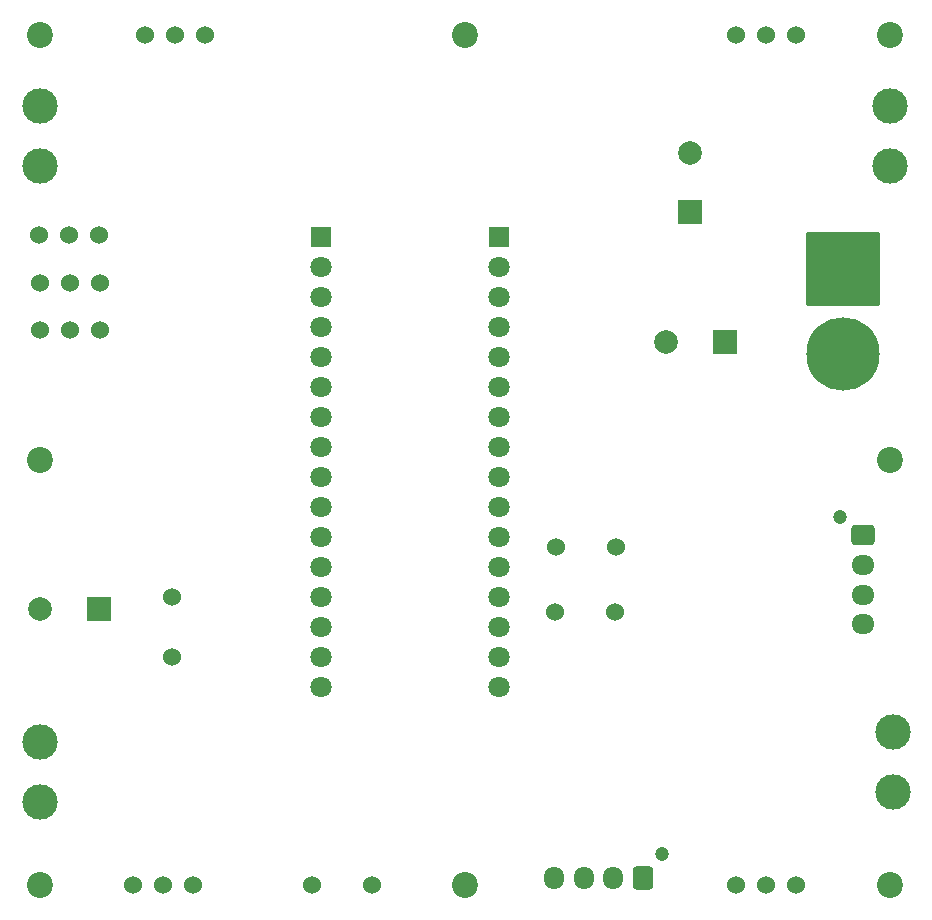
<source format=gbr>
%TF.GenerationSoftware,KiCad,Pcbnew,8.0.8*%
%TF.CreationDate,2025-02-10T09:25:17+01:00*%
%TF.ProjectId,Ares_v1_BaseBoard,41726573-5f76-4315-9f42-617365426f61,rev?*%
%TF.SameCoordinates,Original*%
%TF.FileFunction,Soldermask,Bot*%
%TF.FilePolarity,Negative*%
%FSLAX46Y46*%
G04 Gerber Fmt 4.6, Leading zero omitted, Abs format (unit mm)*
G04 Created by KiCad (PCBNEW 8.0.8) date 2025-02-10 09:25:17*
%MOMM*%
%LPD*%
G01*
G04 APERTURE LIST*
G04 Aperture macros list*
%AMRoundRect*
0 Rectangle with rounded corners*
0 $1 Rounding radius*
0 $2 $3 $4 $5 $6 $7 $8 $9 X,Y pos of 4 corners*
0 Add a 4 corners polygon primitive as box body*
4,1,4,$2,$3,$4,$5,$6,$7,$8,$9,$2,$3,0*
0 Add four circle primitives for the rounded corners*
1,1,$1+$1,$2,$3*
1,1,$1+$1,$4,$5*
1,1,$1+$1,$6,$7*
1,1,$1+$1,$8,$9*
0 Add four rect primitives between the rounded corners*
20,1,$1+$1,$2,$3,$4,$5,0*
20,1,$1+$1,$4,$5,$6,$7,0*
20,1,$1+$1,$6,$7,$8,$9,0*
20,1,$1+$1,$8,$9,$2,$3,0*%
G04 Aperture macros list end*
%ADD10C,2.200000*%
%ADD11C,1.524000*%
%ADD12C,1.200000*%
%ADD13RoundRect,0.250000X0.600000X0.725000X-0.600000X0.725000X-0.600000X-0.725000X0.600000X-0.725000X0*%
%ADD14O,1.700000X1.950000*%
%ADD15C,3.000000*%
%ADD16C,1.800000*%
%ADD17R,1.800000X1.800000*%
%ADD18R,2.000000X2.000000*%
%ADD19C,2.000000*%
%ADD20C,6.204000*%
%ADD21RoundRect,0.102000X-3.000000X3.000000X-3.000000X-3.000000X3.000000X-3.000000X3.000000X3.000000X0*%
%ADD22RoundRect,0.250000X-0.725000X0.600000X-0.725000X-0.600000X0.725000X-0.600000X0.725000X0.600000X0*%
%ADD23O,1.950000X1.700000*%
G04 APERTURE END LIST*
D10*
%TO.C,REF\u002A\u002A*%
X109000000Y-126000000D03*
%TD*%
D11*
%TO.C,D2*%
X157700000Y-102900000D03*
X152620000Y-102900000D03*
%TD*%
%TO.C,J22*%
X109000000Y-75000000D03*
X111540000Y-75000000D03*
X114080000Y-75000000D03*
%TD*%
D12*
%TO.C,J2*%
X161650000Y-123375000D03*
D13*
X160050000Y-125375000D03*
D14*
X157550000Y-125375000D03*
X155050000Y-125375000D03*
X152550000Y-125375000D03*
%TD*%
D15*
%TO.C,J14*%
X181200000Y-118080000D03*
X181200000Y-113000000D03*
%TD*%
D11*
%TO.C,C2*%
X120200000Y-106700000D03*
X120200000Y-101620000D03*
%TD*%
D16*
%TO.C,U1*%
X132800000Y-109260000D03*
X147862200Y-109252800D03*
D17*
X147862200Y-71152800D03*
D16*
X147862200Y-73692800D03*
X147862200Y-76232800D03*
X147862200Y-78772800D03*
X147862200Y-81312800D03*
X147862200Y-83852800D03*
X147862200Y-86392800D03*
X147862200Y-88932800D03*
X147862200Y-91472800D03*
X147862200Y-94012800D03*
X147862200Y-96552800D03*
X132800000Y-101640000D03*
X147862200Y-101632800D03*
X147862200Y-104172800D03*
X147862200Y-106712800D03*
X132800000Y-106720000D03*
X132800000Y-104180000D03*
X147862200Y-99092800D03*
X132800000Y-99100000D03*
X132800000Y-96560000D03*
X132800000Y-94020000D03*
X132800000Y-91480000D03*
X132800000Y-88940000D03*
X132800000Y-86400000D03*
X132800000Y-83860000D03*
X132800000Y-81320000D03*
X132800000Y-78780000D03*
X132800000Y-76240000D03*
X132800000Y-73700000D03*
D17*
X132800000Y-71160000D03*
%TD*%
D10*
%TO.C,REF\u002A\u002A*%
X145000000Y-126000000D03*
%TD*%
D15*
%TO.C,J13*%
X181000000Y-65100000D03*
X181000000Y-60020000D03*
%TD*%
D10*
%TO.C,REF\u002A\u002A*%
X109000000Y-54000000D03*
%TD*%
D18*
%TO.C,C1*%
X167000000Y-80000000D03*
D19*
X162000000Y-80000000D03*
%TD*%
D15*
%TO.C,J21*%
X109000000Y-113900000D03*
X109000000Y-118980000D03*
%TD*%
D11*
%TO.C,D1*%
X157800000Y-97400000D03*
X152720000Y-97400000D03*
%TD*%
D10*
%TO.C,REF\u002A\u002A*%
X181000000Y-90000000D03*
%TD*%
D11*
%TO.C,J5*%
X167920000Y-54000000D03*
X170460000Y-54000000D03*
X173000000Y-54000000D03*
%TD*%
D10*
%TO.C,REF\u002A\u002A*%
X181000000Y-126000000D03*
%TD*%
D20*
%TO.C,J15*%
X177000000Y-81000000D03*
D21*
X177000000Y-73800000D03*
%TD*%
D15*
%TO.C,J20*%
X109000000Y-60020000D03*
X109000000Y-65100000D03*
%TD*%
D18*
%TO.C,C4*%
X164000000Y-69000000D03*
D19*
X164000000Y-64000000D03*
%TD*%
D11*
%TO.C,J12*%
X116920000Y-126000000D03*
X119460000Y-126000000D03*
X122000000Y-126000000D03*
%TD*%
%TO.C,J3*%
X108920000Y-71000000D03*
X111460000Y-71000000D03*
X114000000Y-71000000D03*
%TD*%
D12*
%TO.C,J1*%
X176700000Y-94800000D03*
D22*
X178700000Y-96400000D03*
D23*
X178700000Y-98900000D03*
X178700000Y-101400000D03*
X178700000Y-103900000D03*
%TD*%
D11*
%TO.C,J23*%
X109000000Y-79000000D03*
X111540000Y-79000000D03*
X114080000Y-79000000D03*
%TD*%
%TO.C,J10*%
X167920000Y-126000000D03*
X170460000Y-126000000D03*
X173000000Y-126000000D03*
%TD*%
D10*
%TO.C,REF\u002A\u002A*%
X109000000Y-90000000D03*
%TD*%
D11*
%TO.C,J27*%
X132000000Y-126000000D03*
X137080000Y-126000000D03*
%TD*%
D10*
%TO.C,REF\u002A\u002A*%
X145000000Y-54000000D03*
%TD*%
%TO.C,REF\u002A\u002A*%
X181000000Y-54000000D03*
%TD*%
D11*
%TO.C,J4*%
X117920000Y-54000000D03*
X120460000Y-54000000D03*
X123000000Y-54000000D03*
%TD*%
D18*
%TO.C,C3*%
X114000000Y-102600000D03*
D19*
X109000000Y-102600000D03*
%TD*%
M02*

</source>
